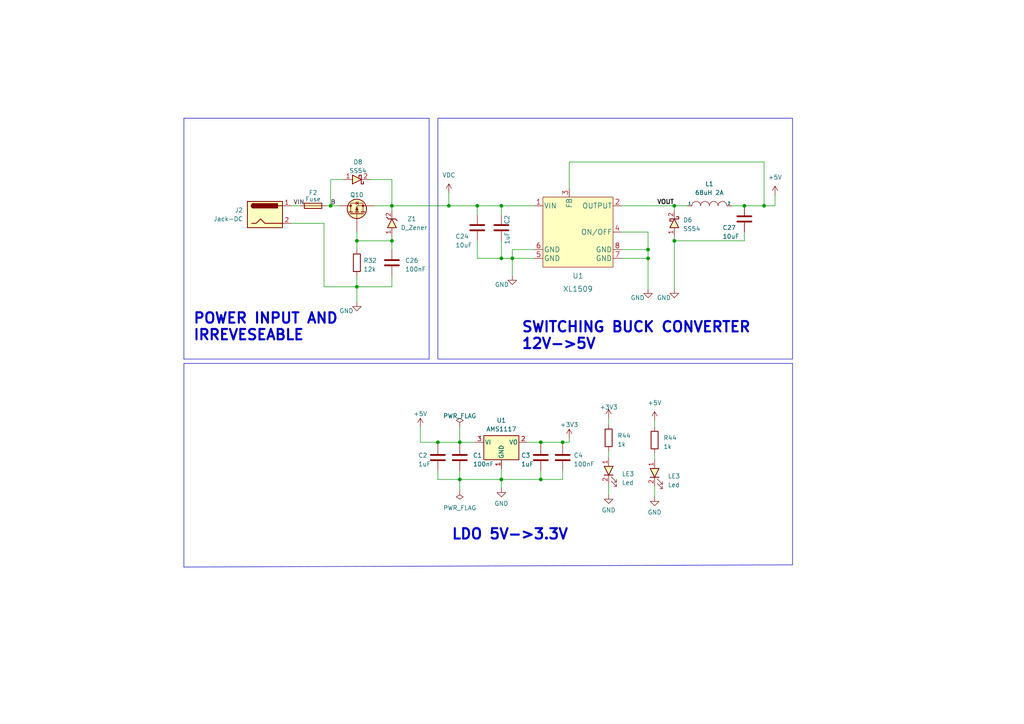
<source format=kicad_sch>
(kicad_sch (version 20230121) (generator eeschema)
  (paper "A4")
  (lib_symbols
    (symbol "+5V_1" (power) (pin_names (offset 0))
      (property "Value" "+5V_1" (at 0 3.556 0))
      (symbol "+5V_1_0_1"
        (polyline (pts (xy -0.762 1.27) (xy 0 2.54)))
        (polyline (pts (xy 0 0) (xy 0 2.54)))
        (polyline (pts (xy 0 2.54) (xy 0.762 1.27)))
      )
      (symbol "+5V_1_1_1"
        (pin power_in line (at 0 0 90) (length 0) hide (name "+5V") (number "1"))
      )
    )
    (symbol "+5V_3" (power) (pin_names (offset 0))
      (property "Value" "+5V_3" (at 0 3.556 0))
      (symbol "+5V_3_0_1"
        (polyline (pts (xy -0.762 1.27) (xy 0 2.54)))
        (polyline (pts (xy 0 0) (xy 0 2.54)))
        (polyline (pts (xy 0 2.54) (xy 0.762 1.27)))
      )
      (symbol "+5V_3_1_1"
        (pin power_in line (at 0 0 90) (length 0) hide (name "+5V") (number "1"))
      )
    )
    (symbol "Connector:Jack-DC" (pin_names (offset 1.016))
      (property "Reference" "J" (at 0 5.334 0))
      (property "Value" "Jack-DC" (at 0 -5.08 0))
      (symbol "Jack-DC_0_1"
        (rectangle (start -5.08 3.81) (end 5.08 -3.81) (stroke (width 0.254)) (fill (type background)))
        (arc (start -3.302 3.175) (mid -3.9343 2.54) (end -3.302 1.905) (stroke (width 0.254)))
        (arc (start -3.302 3.175) (mid -3.9343 2.54) (end -3.302 1.905) (stroke (width 0.254)) (fill (type outline)))
        (polyline (pts (xy 5.08 2.54) (xy 3.81 2.54)) (stroke (width 0.254)))
        (polyline (pts (xy -3.81 -2.54) (xy -2.54 -2.54) (xy -1.27 -1.27) (xy 0 -2.54) (xy 2.54 -2.54) (xy 5.08 -2.54)) (stroke (width 0.254)))
        (rectangle (start 3.683 3.175) (end -3.302 1.905) (stroke (width 0.254)) (fill (type outline)))
      )
      (symbol "Jack-DC_1_1"
        (pin passive line (at 7.62 2.54 180) (length 2.54) (name "~") (number "1"))
        (pin passive line (at 7.62 -2.54 180) (length 2.54) (name "~") (number "2"))
      )
    )
    (symbol "Device:C" (pin_numbers hide) (pin_names (offset 0.254))
      (property "Reference" "C" (at 0.635 2.54 0))
      (property "Value" "C" (at 0.635 -2.54 0))
      (symbol "C_0_1"
        (polyline (pts (xy -2.032 -0.762) (xy 2.032 -0.762)) (stroke (width 0.508)))
        (polyline (pts (xy -2.032 0.762) (xy 2.032 0.762)) (stroke (width 0.508)))
      )
      (symbol "C_1_1"
        (pin passive line (at 0 3.81 270) (length 2.794) (name "~") (number "1"))
        (pin passive line (at 0 -3.81 90) (length 2.794) (name "~") (number "2"))
      )
    )
    (symbol "Device:R" (pin_numbers hide) (pin_names (offset 0))
      (property "Reference" "R" (at 2.032 0 90))
      (property "Value" "R" (at 0 0 90))
      (symbol "R_0_1"
        (rectangle (start -1.016 -2.54) (end 1.016 2.54) (stroke (width 0.254)))
      )
      (symbol "R_1_1"
        (pin passive line (at 0 3.81 270) (length 1.27) (name "~") (number "1"))
        (pin passive line (at 0 -3.81 90) (length 1.27) (name "~") (number "2"))
      )
    )
    (symbol "GND_1" (power) (pin_names (offset 0))
      (property "Value" "GND_1" (at 0 -3.81 0))
      (symbol "GND_1_0_1"
        (polyline (pts (xy 0 0) (xy 0 -1.27) (xy 1.27 -1.27) (xy 0 -2.54) (xy -1.27 -1.27) (xy 0 -1.27)))
      )
      (symbol "GND_1_1_1"
        (pin power_in line (at 0 0 270) (length 0) hide (name "GND") (number "1"))
      )
    )
    (symbol "GND_3" (power) (pin_names (offset 0))
      (property "Value" "GND_3" (at 0 -3.81 0))
      (symbol "GND_3_0_1"
        (polyline (pts (xy 0 0) (xy 0 -1.27) (xy 1.27 -1.27) (xy 0 -2.54) (xy -1.27 -1.27) (xy 0 -1.27)))
      )
      (symbol "GND_3_1_1"
        (pin power_in line (at 0 0 270) (length 0) hide (name "GND") (number "1"))
      )
    )
    (symbol "IVS_SYMBOLS:AMS1117" (pin_names (offset 0.254))
      (property "Reference" "U" (at -3.81 3.175 0))
      (property "Value" "AMS1117" (at 0 3.175 0))
      (symbol "AMS1117_0_1"
        (rectangle (start -5.08 -5.08) (end 5.08 1.905) (stroke (width 0.254)) (fill (type background)))
      )
      (symbol "AMS1117_1_1"
        (pin power_in line (at 0 -7.62 90) (length 2.54) (name "GND") (number "1"))
        (pin power_out line (at 7.62 0 180) (length 2.54) (name "VO") (number "2"))
        (pin power_in line (at -7.62 0 0) (length 2.54) (name "VI") (number "3"))
      )
    )
    (symbol "IVS_SYMBOLS:D_Schottky"
      (property "Reference" "D" (at -2.54 2.54 0))
      (property "Value" "D_Schottky" (at 0 -2.54 0))
      (symbol "D_Schottky_0_1"
        (polyline (pts (xy 2.54 1.27) (xy 2.54 -1.27) (xy 0 0) (xy 2.54 1.27)) (stroke (width 0.254)) (fill (type background)))
        (polyline (pts (xy -0.635 0.635) (xy -0.635 1.27) (xy 0 1.27) (xy 0 -1.27) (xy 0.635 -1.27) (xy 0.635 -0.635)) (stroke (width 0.254)))
      )
      (symbol "D_Schottky_1_1"
        (pin passive line (at 5.08 0 180) (length 2.54) (name "") (number "1"))
        (pin passive line (at -2.54 0 0) (length 2.54) (name "") (number "2"))
      )
    )
    (symbol "IVS_SYMBOLS:D_Zener"
      (property "Reference" "Z" (at 0 3.81 0))
      (property "Value" "D_Zener" (at 0 -3.302 0))
      (symbol "D_Zener_0_1"
        (polyline (pts (xy 0 -1.016) (xy -0.508 -1.524)) (stroke (width 0.254)))
        (polyline (pts (xy 0 1.016) (xy 0 -1.016)) (stroke (width 0.254)))
        (polyline (pts (xy 0 1.016) (xy 0.508 1.524)) (stroke (width 0.254)))
        (polyline (pts (xy 2.54 1.27) (xy 2.54 -1.27) (xy 0 0) (xy 2.54 1.27)) (stroke (width 0.254)) (fill (type background)))
      )
      (symbol "D_Zener_1_1"
        (pin passive line (at 5.08 0 180) (length 2.54) (name "") (number "1"))
        (pin passive line (at -2.54 0 0) (length 2.54) (name "") (number "2"))
      )
    )
    (symbol "IVS_SYMBOLS:Fuse" (pin_numbers hide) (pin_names (offset 0))
      (property "Reference" "F" (at 0 2.032 0))
      (property "Value" "Fuse" (at 0 -1.905 0))
      (symbol "Fuse_0_1"
        (polyline (pts (xy -2.54 0) (xy 2.54 0)))
      )
      (symbol "Fuse_1_1"
        (rectangle (start -2.54 0.762) (end 2.54 -0.762) (stroke (width 0.254)) (fill (type background)))
        (pin passive line (at -3.81 0 0) (length 1.27) (name "~") (number "1"))
        (pin passive line (at 3.81 0 180) (length 1.27) (name "~") (number "2"))
      )
    )
    (symbol "IVS_SYMBOLS:Led"
      (property "Reference" "LE" (at 0.508 -2.794 0))
      (property "Value" "Led" (at -0.254 2.794 0))
      (symbol "Led_0_1"
        (polyline (pts (xy 0 -1.27) (xy 0 1.27)) (stroke (width 0.254)))
        (polyline (pts (xy 2.54 -1.27) (xy 2.54 1.27) (xy 0 0) (xy 2.54 -1.27)) (stroke (width 0.254)) (fill (type background)))
        (polyline (pts (xy -1.778 -0.762) (xy -3.302 -2.286) (xy -2.54 -2.286) (xy -3.302 -2.286) (xy -3.302 -1.524)))
        (polyline (pts (xy -0.508 -0.762) (xy -2.032 -2.286) (xy -1.27 -2.286) (xy -2.032 -2.286) (xy -2.032 -1.524)))
      )
      (symbol "Led_1_1"
        (pin passive line (at 5.08 0 180) (length 2.54) (name "") (number "1"))
        (pin passive line (at -2.54 0 0) (length 2.54) (name "") (number "2"))
      )
    )
    (symbol "IVS_SYMBOLS:P_Mosfet" (pin_numbers hide) (pin_names hide)
      (property "Reference" "Q" (at 2.794 1.2192 0))
      (symbol "P_Mosfet_0_1"
        (circle (center -0.889 0) (radius 2.794) (stroke (width 0.254)) (fill (type background)))
        (circle (center 0 -1.778) (radius 0.254) (fill (type outline)))
        (polyline (pts (xy -2.286 0) (xy -5.08 0)))
        (polyline (pts (xy -2.286 1.905) (xy -2.286 -1.905)) (stroke (width 0.254)))
        (polyline (pts (xy -1.778 -1.27) (xy -1.778 -2.286)) (stroke (width 0.254)))
        (polyline (pts (xy -1.778 0.508) (xy -1.778 -0.508)) (stroke (width 0.254)))
        (polyline (pts (xy -1.778 2.286) (xy -1.778 1.27)) (stroke (width 0.254)))
        (polyline (pts (xy 0 2.54) (xy 0 1.778)))
        (polyline (pts (xy 0 -2.54) (xy 0 0) (xy -1.778 0)))
        (polyline (pts (xy -1.778 -1.778) (xy 0.762 -1.778) (xy 0.762 1.778) (xy -1.778 1.778)))
        (polyline (pts (xy -0.3048 0) (xy -1.3208 -0.381) (xy -1.3208 0.381) (xy -0.3048 0)) (fill (type outline)))
        (polyline (pts (xy 0.254 -0.508) (xy 0.381 -0.381) (xy 1.143 -0.381) (xy 1.27 -0.254)))
        (polyline (pts (xy 0.762 -0.381) (xy 0.381 0.254) (xy 1.143 0.254) (xy 0.762 -0.381)))
        (circle (center 0 1.778) (radius 0.254) (fill (type outline)))
      )
      (symbol "P_Mosfet_1_1"
        (pin input line (at -7.62 0 0) (length 2.54) (name "G") (number "1"))
        (pin passive line (at 0 -5.08 90) (length 2.54) (name "S") (number "2"))
        (pin passive line (at 0 5.08 270) (length 2.54) (name "D") (number "3"))
      )
    )
    (symbol "Led_1"
      (property "Reference" "LE" (at 0.508 -2.794 0))
      (property "Value" "Led" (at -0.254 2.794 0))
      (symbol "Led_1_0_1"
        (polyline (pts (xy 0 -1.27) (xy 0 1.27)) (stroke (width 0.254)))
        (polyline (pts (xy 2.54 -1.27) (xy 2.54 1.27) (xy 0 0) (xy 2.54 -1.27)) (stroke (width 0.254)) (fill (type background)))
        (polyline (pts (xy -1.778 -0.762) (xy -3.302 -2.286) (xy -2.54 -2.286) (xy -3.302 -2.286) (xy -3.302 -1.524)))
        (polyline (pts (xy -0.508 -0.762) (xy -2.032 -2.286) (xy -1.27 -2.286) (xy -2.032 -2.286) (xy -2.032 -1.524)))
      )
      (symbol "Led_1_1_1"
        (pin passive line (at 5.08 0 180) (length 2.54) (name "") (number "1"))
        (pin passive line (at -2.54 0 0) (length 2.54) (name "") (number "2"))
      )
    )
    (symbol "ThaoSMD:XL1509" (pin_names (offset 0.254))
      (property "Reference" "U" (at 5.08 -12.7 0))
      (property "Value" "XL1509" (at -7.62 -12.7 0))
      (symbol "XL1509_1_1"
        (rectangle (start -10.16 10.16) (end 10.16 -10.16) (fill (type background)))
        (pin power_in line (at -12.7 7.62 0) (length 2.54) (name "VIN") (number "1"))
        (pin output line (at 12.7 7.62 180) (length 2.54) (name "OUTPUT") (number "2"))
        (pin input line (at -2.54 12.7 270) (length 2.54) (name "FB") (number "3"))
        (pin input line (at 12.7 0 180) (length 2.54) (name "ON/OFF") (number "4"))
        (pin power_in line (at -12.7 -7.62 0) (length 2.54) (name "GND") (number "5"))
        (pin power_in line (at -12.7 -5.08 0) (length 2.54) (name "GND") (number "6"))
        (pin power_in line (at 12.7 -7.62 180) (length 2.54) (name "GND") (number "7"))
        (pin power_in line (at 12.7 -5.08 180) (length 2.54) (name "GND") (number "8"))
      )
    )
    (symbol "power:+3V3" (power) (pin_names (offset 0))
      (property "Value" "+3V3" (at 0 3.556 0))
      (symbol "+3V3_0_1"
        (polyline (pts (xy -0.762 1.27) (xy 0 2.54)))
        (polyline (pts (xy 0 0) (xy 0 2.54)))
        (polyline (pts (xy 0 2.54) (xy 0.762 1.27)))
      )
      (symbol "+3V3_1_1"
        (pin power_in line (at 0 0 90) (length 0) hide (name "+3V3") (number "1"))
      )
    )
    (symbol "power:+5V" (power) (pin_names (offset 0))
      (property "Value" "+5V" (at 0 3.556 0))
      (symbol "+5V_0_1"
        (polyline (pts (xy -0.762 1.27) (xy 0 2.54)))
        (polyline (pts (xy 0 0) (xy 0 2.54)))
        (polyline (pts (xy 0 2.54) (xy 0.762 1.27)))
      )
      (symbol "+5V_1_1"
        (pin power_in line (at 0 0 90) (length 0) hide (name "+5V") (number "1"))
      )
    )
    (symbol "power:GND" (power) (pin_names (offset 0))
      (property "Value" "GND" (at 0 -3.81 0))
      (symbol "GND_0_1"
        (polyline (pts (xy 0 0) (xy 0 -1.27) (xy 1.27 -1.27) (xy 0 -2.54) (xy -1.27 -1.27) (xy 0 -1.27)))
      )
      (symbol "GND_1_1"
        (pin power_in line (at 0 0 270) (length 0) hide (name "GND") (number "1"))
      )
    )
    (symbol "power:PWR_FLAG" (power) (pin_numbers hide) (pin_names (offset 0) hide)
      (property "Value" "PWR_FLAG" (at 0 3.81 0))
      (symbol "PWR_FLAG_0_0"
        (pin power_out line (at 0 0 90) (length 0) (name "pwr") (number "1"))
      )
      (symbol "PWR_FLAG_0_1"
        (polyline (pts (xy 0 0) (xy 0 1.27) (xy -1.016 1.905) (xy 0 2.54) (xy 1.016 1.905) (xy 0 1.27)))
      )
    )
    (symbol "power:VDC" (power) (pin_names (offset 0))
      (property "Value" "VDC" (at 0 6.35 0))
      (symbol "VDC_0_1"
        (polyline (pts (xy -0.762 1.27) (xy 0 2.54)))
        (polyline (pts (xy 0 0) (xy 0 2.54)))
        (polyline (pts (xy 0 2.54) (xy 0.762 1.27)))
      )
      (symbol "VDC_1_1"
        (pin power_in line (at 0 0 90) (length 0) hide (name "VDC") (number "1"))
      )
    )
    (symbol "pspice:INDUCTOR" (pin_numbers hide) (pin_names (offset 0))
      (property "Reference" "L" (at 0 2.54 0))
      (property "Value" "INDUCTOR" (at 0 -1.27 0))
      (symbol "INDUCTOR_0_1"
        (arc (start -2.54 0) (mid -3.81 1.2645) (end -5.08 0))
        (arc (start 0 0) (mid -1.27 1.2645) (end -2.54 0))
        (arc (start 2.54 0) (mid 1.27 1.2645) (end 0 0))
        (arc (start 5.08 0) (mid 3.81 1.2645) (end 2.54 0))
      )
      (symbol "INDUCTOR_1_1"
        (pin input line (at -6.35 0 0) (length 1.27) (name "1") (number "1"))
        (pin input line (at 6.35 0 180) (length 1.27) (name "2") (number "2"))
      )
    )
  )
  (junction (at 133.35 139.065))
  (junction (at 187.96 74.93))
  (junction (at 113.665 69.85))
  (junction (at 133.35 128.27))
  (junction (at 156.845 139.065))
  (junction (at 187.96 72.39))
  (junction (at 195.58 69.85))
  (junction (at 145.415 74.93))
  (junction (at 130.175 59.69))
  (junction (at 221.615 59.69))
  (junction (at 95.885 59.69))
  (junction (at 163.195 128.27))
  (junction (at 156.845 128.27))
  (junction (at 195.58 59.69))
  (junction (at 127 128.27))
  (junction (at 103.505 69.85))
  (junction (at 113.665 59.69))
  (junction (at 138.43 59.69))
  (junction (at 148.59 74.93))
  (junction (at 215.9 59.69))
  (junction (at 103.505 83.185))
  (junction (at 145.415 59.69))
  (junction (at 145.415 139.065))
  (wire (pts (xy 145.415 139.065) (xy 156.845 139.065)))
  (wire (pts (xy 127 136.525) (xy 127 139.065)))
  (polyline (pts (xy 53.34 105.41) (xy 53.34 164.465)))
  (wire (pts (xy 133.35 128.27) (xy 137.795 128.27)))
  (wire (pts (xy 221.615 46.99) (xy 221.615 59.69)))
  (wire (pts (xy 145.415 74.93) (xy 148.59 74.93)))
  (wire (pts (xy 84.455 59.69) (xy 86.995 59.69)))
  (wire (pts (xy 165.1 46.99) (xy 165.1 54.61)))
  (wire (pts (xy 154.94 72.39) (xy 148.59 72.39)))
  (polyline (pts (xy 124.46 104.14) (xy 53.34 104.14)))
  (wire (pts (xy 156.845 128.27) (xy 163.195 128.27)))
  (wire (pts (xy 156.845 139.065) (xy 163.195 139.065)))
  (wire (pts (xy 103.505 67.31) (xy 103.505 69.85)))
  (wire (pts (xy 165.1 127) (xy 165.1 128.27)))
  (wire (pts (xy 138.43 74.93) (xy 145.415 74.93)))
  (wire (pts (xy 153.035 128.27) (xy 156.845 128.27)))
  (wire (pts (xy 113.665 80.01) (xy 113.665 83.185)))
  (polyline (pts (xy 53.34 34.29) (xy 124.46 34.29)))
  (wire (pts (xy 103.505 80.01) (xy 103.505 83.185)))
  (wire (pts (xy 187.96 67.31) (xy 187.96 72.39)))
  (wire (pts (xy 180.34 72.39) (xy 187.96 72.39)))
  (wire (pts (xy 145.415 59.69) (xy 154.94 59.69)))
  (polyline (pts (xy 229.87 105.41) (xy 229.87 163.83)))
  (wire (pts (xy 195.58 59.69) (xy 199.39 59.69)))
  (wire (pts (xy 133.35 136.525) (xy 133.35 139.065)))
  (wire (pts (xy 195.58 60.96) (xy 195.58 59.69)))
  (wire (pts (xy 176.53 130.81) (xy 176.53 132.715)))
  (wire (pts (xy 130.175 55.88) (xy 130.175 59.69)))
  (wire (pts (xy 113.665 59.69) (xy 130.175 59.69)))
  (wire (pts (xy 103.505 83.185) (xy 103.505 87.63)))
  (polyline (pts (xy 53.34 34.29) (xy 53.34 104.14)))
  (wire (pts (xy 224.79 59.69) (xy 221.615 59.69)))
  (wire (pts (xy 121.92 123.825) (xy 121.92 128.27)))
  (wire (pts (xy 113.665 83.185) (xy 103.505 83.185)))
  (wire (pts (xy 180.34 59.69) (xy 195.58 59.69)))
  (wire (pts (xy 156.845 136.525) (xy 156.845 139.065)))
  (wire (pts (xy 133.35 128.27) (xy 133.35 128.905)))
  (wire (pts (xy 121.92 128.27) (xy 127 128.27)))
  (wire (pts (xy 95.885 59.69) (xy 98.425 59.69)))
  (wire (pts (xy 148.59 74.93) (xy 154.94 74.93)))
  (wire (pts (xy 113.665 52.07) (xy 113.665 59.69)))
  (wire (pts (xy 130.175 59.69) (xy 138.43 59.69)))
  (wire (pts (xy 176.53 121.285) (xy 176.53 123.19)))
  (wire (pts (xy 113.665 59.69) (xy 113.665 60.96)))
  (polyline (pts (xy 124.46 34.29) (xy 124.46 104.14)))
  (wire (pts (xy 189.865 131.445) (xy 189.865 133.35)))
  (wire (pts (xy 127 139.065) (xy 133.35 139.065)))
  (wire (pts (xy 163.195 128.27) (xy 165.1 128.27)))
  (wire (pts (xy 133.35 139.065) (xy 145.415 139.065)))
  (wire (pts (xy 94.615 59.69) (xy 95.885 59.69)))
  (wire (pts (xy 180.34 67.31) (xy 187.96 67.31)))
  (wire (pts (xy 163.195 128.27) (xy 163.195 128.905)))
  (wire (pts (xy 113.665 69.85) (xy 113.665 72.39)))
  (wire (pts (xy 187.96 74.93) (xy 187.96 83.82)))
  (wire (pts (xy 84.455 64.77) (xy 93.98 64.77)))
  (polyline (pts (xy 229.87 163.83) (xy 53.34 164.465)))
  (wire (pts (xy 93.98 83.185) (xy 103.505 83.185)))
  (wire (pts (xy 138.43 69.85) (xy 138.43 74.93)))
  (wire (pts (xy 221.615 59.69) (xy 215.9 59.69)))
  (wire (pts (xy 127 128.27) (xy 127 128.905)))
  (wire (pts (xy 145.415 59.69) (xy 145.415 62.23)))
  (wire (pts (xy 148.59 74.93) (xy 148.59 80.01)))
  (wire (pts (xy 108.585 59.69) (xy 113.665 59.69)))
  (wire (pts (xy 224.79 56.515) (xy 224.79 59.69)))
  (wire (pts (xy 176.53 140.335) (xy 176.53 143.51)))
  (wire (pts (xy 195.58 68.58) (xy 195.58 69.85)))
  (polyline (pts (xy 53.34 105.41) (xy 229.87 105.41)))
  (wire (pts (xy 215.9 67.31) (xy 215.9 69.85)))
  (wire (pts (xy 103.505 69.85) (xy 103.505 72.39)))
  (wire (pts (xy 138.43 59.69) (xy 145.415 59.69)))
  (wire (pts (xy 165.1 46.99) (xy 221.615 46.99)))
  (wire (pts (xy 215.9 69.85) (xy 195.58 69.85)))
  (wire (pts (xy 95.885 52.07) (xy 95.885 59.69)))
  (wire (pts (xy 212.09 59.69) (xy 215.9 59.69)))
  (wire (pts (xy 195.58 69.85) (xy 195.58 83.82)))
  (wire (pts (xy 127 128.27) (xy 133.35 128.27)))
  (wire (pts (xy 138.43 62.23) (xy 138.43 59.69)))
  (wire (pts (xy 189.865 121.92) (xy 189.865 123.825)))
  (wire (pts (xy 133.35 139.065) (xy 133.35 142.24)))
  (wire (pts (xy 113.665 68.58) (xy 113.665 69.85)))
  (wire (pts (xy 163.195 139.065) (xy 163.195 136.525)))
  (wire (pts (xy 148.59 72.39) (xy 148.59 74.93)))
  (wire (pts (xy 103.505 69.85) (xy 113.665 69.85)))
  (wire (pts (xy 180.34 74.93) (xy 187.96 74.93)))
  (wire (pts (xy 133.35 123.825) (xy 133.35 128.27)))
  (wire (pts (xy 107.315 52.07) (xy 113.665 52.07)))
  (wire (pts (xy 189.865 140.97) (xy 189.865 144.145)))
  (wire (pts (xy 99.695 52.07) (xy 95.885 52.07)))
  (wire (pts (xy 145.415 135.89) (xy 145.415 139.065)))
  (wire (pts (xy 156.845 128.27) (xy 156.845 128.905)))
  (wire (pts (xy 145.415 139.065) (xy 145.415 141.605)))
  (wire (pts (xy 145.415 69.85) (xy 145.415 74.93)))
  (wire (pts (xy 187.96 72.39) (xy 187.96 74.93)))
  (wire (pts (xy 93.98 64.77) (xy 93.98 83.185)))
  (rectangle (start 127 34.29) (end 229.87 104.14))
  (text "LDO 5V->3.3V" (at 130.81 156.845 0) (effects (font (size 3 3) (thickness 0.6) bold) (justify left bottom)))
  (text "SWITCHING BUCK CONVERTER\n12V->5V" (at 151.13 101.6 0) (effects (font (size 3 3) (thickness 0.6) bold) (justify left bottom)))
  (text "POWER INPUT AND \nIRREVESEABLE" (at 55.88 99.06 0) (effects (font (size 3 3) (thickness 0.6) bold) (justify left bottom)))
  (label "VIN" (at 85.09 59.69 0))
  (label "VOUT" (at 195.58 59.69 180) (effects (font bold)))
  (label "B" (at 95.885 59.69 0))
  (symbol (lib_id "Device:C") (at 156.845 132.715 180) (unit 1)
    (property "Reference" "C3" (at 151.13 132.08 0) (effects (justify right)))
    (property "Value" "1uF" (at 151.13 134.62 0) (effects (justify right)))
    (property "Footprint" "IVS_FOOTPRINTS:C_0603" (effects hide))
  )
  (symbol (lib_id "power:+5V") (at 224.79 56.515 0) (unit 1)
    (property "Reference" "#PWR05" (effects hide))
    (property "Value" "+5V" (at 224.79 51.435 0))
    (instances (project "Robot" (path "" (reference "#PWR05") (unit 1))) (project "DO_AN_DKTD" (path "" (reference "#PWR075") (unit 1))))
  )
  (symbol (lib_id "IVS_SYMBOLS:Led") (at 176.53 137.795 90) (unit 1)
    (property "Reference" "LE3" (at 180.34 137.4775 90) (effects (justify right)))
    (property "Value" "Led" (at 180.34 140.0175 90) (effects (justify right)))
    (property "Footprint" "IVS_FOOTPRINTS:LED_0603" (effects hide))
    (instances (project "DO_AN_DKTD" (path "" (reference "LE3") (unit 1)) (path "" (reference "LE4") (unit 1)) (path "" (reference "LE7") (unit 1))))
  )
  (symbol (lib_id "Device:C") (at 113.665 76.2 0) (unit 1)
    (property "Reference" "C26" (at 117.475 75.565 0) (effects (justify left)))
    (property "Value" "100nF" (at 117.475 78.105 0) (effects (justify left)))
    (property "Footprint" "IVS_FOOTPRINTS:C_0603" (effects hide))
  )
  (symbol (lib_name "Led_1") (lib_id "IVS_SYMBOLS:Led") (at 189.865 138.43 90) (unit 1)
    (property "Reference" "LE3" (at 193.675 138.1125 90) (effects (justify right)))
    (property "Value" "Led" (at 193.675 140.6525 90) (effects (justify right)))
    (property "Footprint" "IVS_FOOTPRINTS:LED_0603" (effects hide))
    (instances (project "DO_AN_DKTD" (path "" (reference "LE3") (unit 1)) (path "" (reference "LE5") (unit 1)) (path "" (reference "LE8") (unit 1))))
  )
  (symbol (lib_id "Device:C") (at 145.415 66.04 0) (unit 1)
    (property "Reference" "C2" (at 147.074 65.0499 90) (effects (justify left)))
    (property "Value" "1uF" (at 147.1151 70.926 90) (effects (justify left)))
    (property "Footprint" "IVS_FOOTPRINTS:C_0603" (effects hide))
    (instances (project "Robot" (path "" (reference "C2") (unit 1))) (project "DO_AN_DKTD" (path "" (reference "C25") (unit 1))))
  )
  (symbol (lib_name "GND_1") (lib_id "power:GND") (at 189.865 144.145 0) (unit 1)
    (property "Reference" "#PWR04" (effects hide))
    (property "Value" "GND" (at 189.865 148.59 0))
    (instances (project "DO_AN_DKTD" (path "" (reference "#PWR04") (unit 1)) (path "" (reference "#PWR064") (unit 1))))
  )
  (symbol (lib_id "power:GND") (at 145.415 141.605 0) (unit 1)
    (property "Reference" "#PWR04" (effects hide))
    (property "Value" "GND" (at 145.415 146.05 0))
    (instances (project "DO_AN_DKTD" (path "" (reference "#PWR04") (unit 1)) (path "" (reference "#PWR05") (unit 1))))
  )
  (symbol (lib_id "power:VDC") (at 130.175 55.88 0) (unit 1)
    (property "Reference" "#PWR0134" (effects hide))
    (property "Value" "VDC" (at 130.175 50.8 0))
    (instances (project "Robot" (path "" (reference "#PWR0134") (unit 1))) (project "DO_AN_DKTD" (path "" (reference "#PWR070") (unit 1))))
  )
  (symbol (lib_id "power:+3V3") (at 165.1 127 0) (unit 1)
    (property "Reference" "#PWR06" (effects hide))
    (property "Value" "+3V3" (at 165.1 123.19 0))
  )
  (symbol (lib_name "+5V_1") (lib_id "power:+5V") (at 189.865 121.92 0) (unit 1)
    (property "Reference" "#PWR0101" (effects hide))
    (property "Value" "+5V" (at 189.865 116.84 0))
    (instances (project "DO_AN_DKTD" (path "" (reference "#PWR0101") (unit 1)) (path "" (reference "#PWR066") (unit 1))))
  )
  (symbol (lib_name "+5V_3") (lib_id "power:+5V") (at 121.92 123.825 0) (unit 1)
    (property "Reference" "#PWR05" (effects hide))
    (property "Value" "+5V" (at 121.92 120.015 0))
    (instances (project "DO_AN_DKTD" (path "" (reference "#PWR05") (unit 1)) (path "" (reference "#PWR04") (unit 1))))
  )
  (symbol (lib_id "power:GND") (at 148.59 80.01 0) (unit 1)
    (property "Reference" "#PWR03" (effects hide))
    (property "Value" "GND" (at 143.51 82.55 0) (effects (justify left)))
    (instances (project "Robot" (path "" (reference "#PWR03") (unit 1))) (project "DO_AN_DKTD" (path "" (reference "#PWR071") (unit 1))))
  )
  (symbol (lib_id "IVS_SYMBOLS:P_Mosfet") (at 103.505 59.69 90) (unit 1)
    (property "Reference" "Q10" (at 103.505 56.515 90))
    (property "Value" "P_Mosfet" (effects hide))
    (property "Footprint" "IVS_FOOTPRINTS:SOT23-3" (effects hide))
    (property "Datasheet" "https://www.onsemi.com/pub/Collateral/BSS138-D.PDF" (effects hide))
  )
  (symbol (lib_id "Device:C") (at 138.43 66.04 0) (unit 1)
    (property "Reference" "C24" (at 132.08 68.58 0) (effects (justify left)))
    (property "Value" "10uF" (at 132.08 71.12 0) (effects (justify left)))
    (property "Footprint" "IVS_FOOTPRINTS:C_0805" (effects hide))
  )
  (symbol (lib_id "Device:C") (at 133.35 132.715 0) (unit 1)
    (property "Reference" "C1" (at 137.16 132.08 0) (effects (justify left)))
    (property "Value" "100nF" (at 137.16 134.62 0) (effects (justify left)))
    (property "Footprint" "IVS_FOOTPRINTS:C_0603" (effects hide))
    (instances (project "DO_AN_DKTD" (path "" (reference "C1") (unit 1)) (path "" (reference "C2") (unit 1))))
  )
  (symbol (lib_id "IVS_SYMBOLS:D_Zener") (at 113.665 63.5 270) (unit 1)
    (property "Reference" "Z1" (at 118.11 63.5 90) (effects (justify left)))
    (property "Value" "D_Zener" (at 116.205 66.04 90) (effects (justify left)))
    (property "Footprint" "IVS_FOOTPRINTS:D_MiniMELF" (effects hide))
  )
  (symbol (lib_id "Device:C") (at 127 132.715 180) (unit 1)
    (property "Reference" "C2" (at 121.285 132.08 0) (effects (justify right)))
    (property "Value" "1uF" (at 121.285 134.62 0) (effects (justify right)))
    (property "Footprint" "IVS_FOOTPRINTS:C_0603" (effects hide))
    (instances (project "DO_AN_DKTD" (path "" (reference "C2") (unit 1)) (path "" (reference "C1") (unit 1))))
  )
  (symbol (lib_id "IVS_SYMBOLS:D_Schottky") (at 195.58 63.5 270) (unit 1)
    (property "Reference" "D6" (at 198.12 63.8175 90) (effects (justify left)))
    (property "Value" "SS54" (at 198.12 66.3575 90) (effects (justify left)))
    (property "Footprint" "IVS_FOOTPRINTS:D_SMA" (effects hide))
  )
  (symbol (lib_id "power:PWR_FLAG") (at 133.35 123.825 0) (unit 1)
    (property "Reference" "#FLG01" (effects hide))
    (property "Value" "PWR_FLAG" (at 133.35 120.65 0))
  )
  (symbol (lib_id "Device:C") (at 163.195 132.715 0) (unit 1)
    (property "Reference" "C4" (at 166.37 132.08 0) (effects (justify left)))
    (property "Value" "100nF" (at 166.37 134.62 0) (effects (justify left)))
    (property "Footprint" "IVS_FOOTPRINTS:C_0603" (effects hide))
  )
  (symbol (lib_id "IVS_SYMBOLS:Fuse") (at 90.805 59.69 0) (unit 1)
    (property "Reference" "F2" (at 90.805 55.88 0))
    (property "Value" "Fuse" (at 90.805 57.785 0))
    (property "Footprint" "IVS_FOOTPRINTS:Fuse_1812_4532Metric" (effects hide))
    (instances (project "DO_AN_DKTD" (path "" (reference "F2") (unit 1)) (path "" (reference "F3") (unit 1))))
  )
  (symbol (lib_id "power:PWR_FLAG") (at 133.35 142.24 180) (unit 1)
    (property "Reference" "#FLG02" (effects hide))
    (property "Value" "PWR_FLAG" (at 133.35 147.32 0))
  )
  (symbol (lib_id "IVS_SYMBOLS:D_Schottky") (at 104.775 52.07 180) (unit 1)
    (property "Reference" "D8" (at 103.8225 46.99 0))
    (property "Value" "SS54" (at 103.8225 49.53 0))
    (property "Footprint" "IVS_FOOTPRINTS:D_SMA" (effects hide))
  )
  (symbol (lib_name "GND_3") (lib_id "power:GND") (at 176.53 143.51 0) (unit 1)
    (property "Reference" "#PWR04" (effects hide))
    (property "Value" "GND" (at 176.53 147.955 0))
    (instances (project "DO_AN_DKTD" (path "" (reference "#PWR04") (unit 1)) (path "" (reference "#PWR065") (unit 1))))
  )
  (symbol (lib_id "pspice:INDUCTOR") (at 205.74 59.69 0) (unit 1)
    (property "Reference" "L1" (at 205.74 53.34 0))
    (property "Value" "68uH 2A" (at 205.74 55.88 0))
    (property "Footprint" "IVS_FOOTPRINTS:L_10.4x10.4_H4.8" (effects hide))
  )
  (symbol (lib_id "Device:R") (at 103.505 76.2 0) (unit 1)
    (property "Reference" "R32" (at 105.41 75.565 0) (effects (justify left)))
    (property "Value" "12k" (at 105.41 78.105 0) (effects (justify left)))
    (property "Footprint" "IVS_FOOTPRINTS:R_0603" (effects hide))
  )
  (symbol (lib_id "power:+3V3") (at 176.53 121.285 0) (unit 1)
    (property "Reference" "#PWR062" (effects hide))
    (property "Value" "+3V3" (at 176.53 118.11 0))
    (instances (project "DO_AN_DKTD" (path "" (reference "#PWR062") (unit 1)) (path "" (reference "#PWR050") (unit 1)) (path "" (reference "#PWR063") (unit 1))))
  )
  (symbol (lib_id "IVS_SYMBOLS:AMS1117") (at 145.415 128.27 0) (unit 1)
    (property "Reference" "U1" (at 145.415 121.92 0))
    (property "Value" "AMS1117" (at 145.415 124.46 0))
    (property "Footprint" "IVS_FOOTPRINTS:SOT233" (effects hide))
    (property "Datasheet" "http://www.advanced-monolithic.com/pdf/ds1117.pdf" (effects hide))
  )
  (symbol (lib_id "power:GND") (at 195.58 83.82 0) (unit 1)
    (property "Reference" "#PWR0112" (effects hide))
    (property "Value" "GND" (at 190.5 86.36 0) (effects (justify left)))
    (instances (project "Robot" (path "" (reference "#PWR0112") (unit 1))) (project "DO_AN_DKTD" (path "" (reference "#PWR074") (unit 1))))
  )
  (symbol (lib_id "Connector:Jack-DC") (at 76.835 62.23 0) (unit 1)
    (property "Reference" "J2" (at 70.485 60.9599 0) (effects (justify right)))
    (property "Value" "Jack-DC" (at 70.485 63.4999 0) (effects (justify right)))
    (property "Footprint" "IVS_FOOTPRINTS:BarrelJack_Wuerth_6941xx301002" (effects hide))
    (instances (project "Robot" (path "" (reference "J2") (unit 1))) (project "DO_AN_DKTD" (path "" (reference "J10") (unit 1))))
  )
  (symbol (lib_id "power:GND") (at 103.505 87.63 0) (unit 1)
    (property "Reference" "#PWR03" (effects hide))
    (property "Value" "GND" (at 98.425 90.17 0) (effects (justify left)))
    (instances (project "Robot" (path "" (reference "#PWR03") (unit 1))) (project "DO_AN_DKTD" (path "" (reference "#PWR069") (unit 1))))
  )
  (symbol (lib_id "Device:R") (at 176.53 127 0) (unit 1)
    (property "Reference" "R44" (at 179.07 126.365 0) (effects (justify left)))
    (property "Value" "1k" (at 179.07 128.905 0) (effects (justify left)))
    (property "Footprint" "IVS_FOOTPRINTS:R_0603" (effects hide))
    (instances (project "DO_AN_DKTD" (path "" (reference "R44") (unit 1)) (path "" (reference "R47") (unit 1)) (path "" (reference "R50") (unit 1))))
  )
  (symbol (lib_id "Device:C") (at 215.9 63.5 0) (unit 1)
    (property "Reference" "C27" (at 209.55 66.04 0) (effects (justify left)))
    (property "Value" "10uF" (at 209.55 68.58 0) (effects (justify left)))
    (property "Footprint" "IVS_FOOTPRINTS:CP_EIA-3528-15_AVX-H" (effects hide))
  )
  (symbol (lib_id "Device:R") (at 189.865 127.635 0) (unit 1)
    (property "Reference" "R44" (at 192.405 127 0) (effects (justify left)))
    (property "Value" "1k" (at 192.405 129.54 0) (effects (justify left)))
    (property "Footprint" "IVS_FOOTPRINTS:R_0603" (effects hide))
    (instances (project "DO_AN_DKTD" (path "" (reference "R44") (unit 1)) (path "" (reference "R48") (unit 1)) (path "" (reference "R51") (unit 1))))
  )
  (symbol (lib_id "ThaoSMD:XL1509") (at 167.64 67.31 0) (unit 1)
    (property "Reference" "U1" (at 167.64 80.01 0) (effects (font (size 1.524 1.524))))
    (property "Value" "XL1509" (at 167.64 83.82 0) (effects (font (size 1.524 1.524))))
    (property "Footprint" "IVS_FOOTPRINTS:SOIC-8_3.9x4.9mm_P1.27mm" (effects hide))
    (property "Datasheet" "https://datasheet.lcsc.com/lcsc/1809050422_XLSEMI-XL1509-5-0E1_C61063.pdf" (effects hide))
    (instances (project "Robot" (path "" (reference "U1") (unit 1))) (project "DO_AN_DKTD" (path "" (reference "U5") (unit 1))))
  )
  (symbol (lib_id "power:GND") (at 187.96 83.82 0) (unit 1)
    (property "Reference" "#PWR04" (effects hide))
    (property "Value" "GND" (at 182.88 86.36 0) (effects (justify left)))
    (instances (project "Robot" (path "" (reference "#PWR04") (unit 1))) (project "DO_AN_DKTD" (path "" (reference "#PWR073") (unit 1))))
  )
)
</source>
